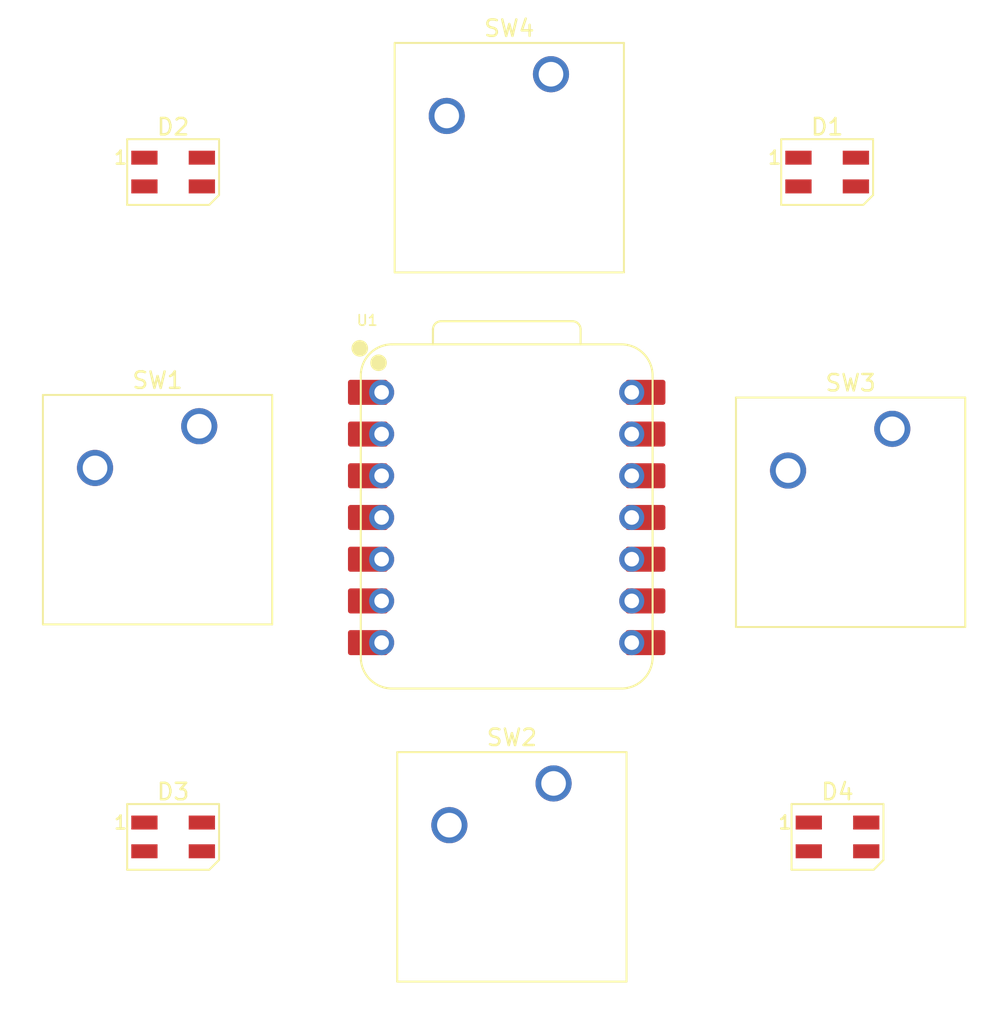
<source format=kicad_pcb>
(kicad_pcb (version 20241229) (generator "pcbnew") (generator_version "9.0")
  (layers (0 "F.Cu" signal) (2 "B.Cu" signal) (13 "F.Paste" user) (15 "B.Paste" user) (5 "F.SilkS" user "F.Silkscreen") (7 "B.SilkS" user "B.Silkscreen") (1 "F.Mask" user) (3 "B.Mask" user) (25 "Edge.Cuts" user))
  (net 0 "")
  (net 1 "GND")
  (net 2 "Net-(D1-DOUT)")
  (net 3 "+5V")
  (net 4 "Net-(D1-DIN)")
  (net 5 "Net-(U1-GPIO1{slash}RX)")
  (net 6 "Net-(U1-GPIO2{slash}SCK)")
  (net 7 "Net-(U1-GPIO4{slash}MISO)")
  (net 8 "Net-(U1-GPIO3{slash}MOSI)")
  (net 16 "Net-(D2-DOUT)")
  (net 17 "Net-(D3-DOUT)")
  (footprint "LED_SMD:LED_SK6812MINI_PLCC4_3.5x3.5mm_P1.75mm" (layer "F.Cu") (at 74.45 100.8875)
    (property "Reference" "D3" (at 0 -2.75 0) (layer "F.SilkS"))
    (property "Value" "SK6812MINI")
    (fp_line (start -2.8 -2) (end -2.8 2) (stroke (width 0.12)) (layer "F.SilkS"))
    (fp_line (start -2.8 -2) (end 2.8 -2) (stroke (width 0.12)) (layer "F.SilkS"))
    (fp_line (start -2.8 2) (end 2.2 2) (stroke (width 0.12)) (layer "F.SilkS"))
    (fp_line (start 2.8 1.4) (end 2.2 2) (stroke (width 0.12)) (layer "F.SilkS"))
    (fp_line (start 2.8 1.4) (end 2.8 -2) (stroke (width 0.12)) (layer "F.SilkS"))
    (fp_text user "1" (at -3.2 -0.875 0) (layer "F.SilkS") (effects (font (size 0.8 0.8))))
    (pad "1" smd rect (at -1.75 -0.875) (size 1.6 0.85) (layers "F.Cu" "F.Mask" "F.Paste") (net 17 "Net-(D3-DOUT)"))
    (pad "2" smd rect (at -1.75 0.875) (size 1.6 0.85) (layers "F.Cu" "F.Mask" "F.Paste") (net 1 "GND"))
    (pad "3" smd rect (at 1.75 0.875) (size 1.6 0.85) (layers "F.Cu" "F.Mask" "F.Paste") (net 16 "Net-(D2-DOUT)"))
    (pad "4" smd rect (at 1.75 -0.875) (size 1.6 0.85) (layers "F.Cu" "F.Mask" "F.Paste") (net 3 "+5V"))
  )
  (footprint "Button_Switch_Keyboard:SW_Cherry_MX_1.00u_PCB" (layer "F.Cu") (at 97.63125 97.63125)
    (property "Reference" "SW2" (at -2.54 -2.794 0) (layer "F.SilkS"))
    (property "Value" "SW_Push")
    (fp_line (start -9.525 -1.905) (end 4.445 -1.905) (stroke (width 0.12)) (layer "F.SilkS"))
    (fp_line (start -9.525 12.065) (end -9.525 -1.905) (stroke (width 0.12)) (layer "F.SilkS"))
    (fp_line (start 4.445 -1.905) (end 4.445 12.065) (stroke (width 0.12)) (layer "F.SilkS"))
    (fp_line (start 4.445 12.065) (end -9.525 12.065) (stroke (width 0.12)) (layer "F.SilkS"))
    (pad "" np_thru_hole circle (at -7.62 5.08) (size 1.7 1.7) (drill 1.7) (layers "*.Cu" "*.Mask"))
    (pad "" np_thru_hole circle (at -2.54 5.08) (size 4 4) (drill 4) (layers "*.Cu" "*.Mask"))
    (pad "" np_thru_hole circle (at 2.54 5.08) (size 1.7 1.7) (drill 1.7) (layers "*.Cu" "*.Mask"))
    (pad "1" thru_hole circle (at 0 0) (size 2.2 2.2) (drill 1.5) (layers "*.Cu" "*.Mask") (net 1 "GND"))
    (pad "2" thru_hole circle (at -6.35 2.54) (size 2.2 2.2) (drill 1.5) (layers "*.Cu" "*.Mask") (net 6 "Net-(U1-GPIO2{slash}SCK)"))
  )
  (footprint "Button_Switch_Keyboard:SW_Cherry_MX_1.00u_PCB" (layer "F.Cu") (at 76.04125 75.8825)
    (property "Reference" "SW1" (at -2.54 -2.794 0) (layer "F.SilkS"))
    (property "Value" "SW_Push")
    (fp_line (start -9.525 -1.905) (end 4.445 -1.905) (stroke (width 0.12)) (layer "F.SilkS"))
    (fp_line (start -9.525 12.065) (end -9.525 -1.905) (stroke (width 0.12)) (layer "F.SilkS"))
    (fp_line (start 4.445 -1.905) (end 4.445 12.065) (stroke (width 0.12)) (layer "F.SilkS"))
    (fp_line (start 4.445 12.065) (end -9.525 12.065) (stroke (width 0.12)) (layer "F.SilkS"))
    (pad "" np_thru_hole circle (at -7.62 5.08) (size 1.7 1.7) (drill 1.7) (layers "*.Cu" "*.Mask"))
    (pad "" np_thru_hole circle (at -2.54 5.08) (size 4 4) (drill 4) (layers "*.Cu" "*.Mask"))
    (pad "" np_thru_hole circle (at 2.54 5.08) (size 1.7 1.7) (drill 1.7) (layers "*.Cu" "*.Mask"))
    (pad "1" thru_hole circle (at 0 0) (size 2.2 2.2) (drill 1.5) (layers "*.Cu" "*.Mask") (net 1 "GND"))
    (pad "2" thru_hole circle (at -6.35 2.54) (size 2.2 2.2) (drill 1.5) (layers "*.Cu" "*.Mask") (net 5 "Net-(U1-GPIO1{slash}RX)"))
  )
  (footprint "LED_SMD:LED_SK6812MINI_PLCC4_3.5x3.5mm_P1.75mm" (layer "F.Cu") (at 114.3 60.40625)
    (property "Reference" "D1" (at 0 -2.75 0) (layer "F.SilkS"))
    (property "Value" "SK6812MINI")
    (fp_line (start -2.8 -2) (end -2.8 2) (stroke (width 0.12)) (layer "F.SilkS"))
    (fp_line (start -2.8 -2) (end 2.8 -2) (stroke (width 0.12)) (layer "F.SilkS"))
    (fp_line (start -2.8 2) (end 2.2 2) (stroke (width 0.12)) (layer "F.SilkS"))
    (fp_line (start 2.8 1.4) (end 2.2 2) (stroke (width 0.12)) (layer "F.SilkS"))
    (fp_line (start 2.8 1.4) (end 2.8 -2) (stroke (width 0.12)) (layer "F.SilkS"))
    (fp_text user "1" (at -3.2 -0.875 0) (layer "F.SilkS") (effects (font (size 0.8 0.8))))
    (pad "1" smd rect (at -1.75 -0.875) (size 1.6 0.85) (layers "F.Cu" "F.Mask" "F.Paste") (net 2 "Net-(D1-DOUT)"))
    (pad "2" smd rect (at -1.75 0.875) (size 1.6 0.85) (layers "F.Cu" "F.Mask" "F.Paste") (net 1 "GND"))
    (pad "3" smd rect (at 1.75 0.875) (size 1.6 0.85) (layers "F.Cu" "F.Mask" "F.Paste") (net 4 "Net-(D1-DIN)"))
    (pad "4" smd rect (at 1.75 -0.875) (size 1.6 0.85) (layers "F.Cu" "F.Mask" "F.Paste") (net 3 "+5V"))
  )
  (footprint "Button_Switch_Keyboard:SW_Cherry_MX_1.00u_PCB" (layer "F.Cu") (at 97.4725 54.45125)
    (property "Reference" "SW4" (at -2.54 -2.794 0) (layer "F.SilkS"))
    (property "Value" "SW_Push")
    (fp_line (start -9.525 -1.905) (end 4.445 -1.905) (stroke (width 0.12)) (layer "F.SilkS"))
    (fp_line (start -9.525 12.065) (end -9.525 -1.905) (stroke (width 0.12)) (layer "F.SilkS"))
    (fp_line (start 4.445 -1.905) (end 4.445 12.065) (stroke (width 0.12)) (layer "F.SilkS"))
    (fp_line (start 4.445 12.065) (end -9.525 12.065) (stroke (width 0.12)) (layer "F.SilkS"))
    (pad "" np_thru_hole circle (at -7.62 5.08) (size 1.7 1.7) (drill 1.7) (layers "*.Cu" "*.Mask"))
    (pad "" np_thru_hole circle (at -2.54 5.08) (size 4 4) (drill 4) (layers "*.Cu" "*.Mask"))
    (pad "" np_thru_hole circle (at 2.54 5.08) (size 1.7 1.7) (drill 1.7) (layers "*.Cu" "*.Mask"))
    (pad "1" thru_hole circle (at 0 0) (size 2.2 2.2) (drill 1.5) (layers "*.Cu" "*.Mask") (net 1 "GND"))
    (pad "2" thru_hole circle (at -6.35 2.54) (size 2.2 2.2) (drill 1.5) (layers "*.Cu" "*.Mask") (net 8 "Net-(U1-GPIO3{slash}MOSI)"))
  )
  (footprint "LED_SMD:LED_SK6812MINI_PLCC4_3.5x3.5mm_P1.75mm" (layer "F.Cu") (at 74.45 60.40625)
    (property "Reference" "D2" (at 0 -2.75 0) (layer "F.SilkS"))
    (property "Value" "SK6812MINI")
    (fp_line (start -2.8 -2) (end -2.8 2) (stroke (width 0.12)) (layer "F.SilkS"))
    (fp_line (start -2.8 -2) (end 2.8 -2) (stroke (width 0.12)) (layer "F.SilkS"))
    (fp_line (start -2.8 2) (end 2.2 2) (stroke (width 0.12)) (layer "F.SilkS"))
    (fp_line (start 2.8 1.4) (end 2.2 2) (stroke (width 0.12)) (layer "F.SilkS"))
    (fp_line (start 2.8 1.4) (end 2.8 -2) (stroke (width 0.12)) (layer "F.SilkS"))
    (fp_text user "1" (at -3.2 -0.875 0) (layer "F.SilkS") (effects (font (size 0.8 0.8))))
    (pad "1" smd rect (at -1.75 -0.875) (size 1.6 0.85) (layers "F.Cu" "F.Mask" "F.Paste") (net 16 "Net-(D2-DOUT)"))
    (pad "2" smd rect (at -1.75 0.875) (size 1.6 0.85) (layers "F.Cu" "F.Mask" "F.Paste") (net 1 "GND"))
    (pad "3" smd rect (at 1.75 0.875) (size 1.6 0.85) (layers "F.Cu" "F.Mask" "F.Paste") (net 2 "Net-(D1-DOUT)"))
    (pad "4" smd rect (at 1.75 -0.875) (size 1.6 0.85) (layers "F.Cu" "F.Mask" "F.Paste") (net 3 "+5V"))
  )
  (footprint "Button_Switch_Keyboard:SW_Cherry_MX_1.00u_PCB" (layer "F.Cu") (at 118.26875 76.04125)
    (property "Reference" "SW3" (at -2.54 -2.794 0) (layer "F.SilkS"))
    (property "Value" "SW_Push")
    (fp_line (start -9.525 -1.905) (end 4.445 -1.905) (stroke (width 0.12)) (layer "F.SilkS"))
    (fp_line (start -9.525 12.065) (end -9.525 -1.905) (stroke (width 0.12)) (layer "F.SilkS"))
    (fp_line (start 4.445 -1.905) (end 4.445 12.065) (stroke (width 0.12)) (layer "F.SilkS"))
    (fp_line (start 4.445 12.065) (end -9.525 12.065) (stroke (width 0.12)) (layer "F.SilkS"))
    (pad "" np_thru_hole circle (at -7.62 5.08) (size 1.7 1.7) (drill 1.7) (layers "*.Cu" "*.Mask"))
    (pad "" np_thru_hole circle (at -2.54 5.08) (size 4 4) (drill 4) (layers "*.Cu" "*.Mask"))
    (pad "" np_thru_hole circle (at 2.54 5.08) (size 1.7 1.7) (drill 1.7) (layers "*.Cu" "*.Mask"))
    (pad "1" thru_hole circle (at 0 0) (size 2.2 2.2) (drill 1.5) (layers "*.Cu" "*.Mask") (net 1 "GND"))
    (pad "2" thru_hole circle (at -6.35 2.54) (size 2.2 2.2) (drill 1.5) (layers "*.Cu" "*.Mask") (net 7 "Net-(U1-GPIO4{slash}MISO)"))
  )
  (footprint "OPL:XIAO-RP2040-DIP" (layer "F.Cu") (at 94.77375 81.43875)
    (property "Reference" "U1" (at -8.5 -12 0) (layer "F.SilkS") (effects (font (size 0.635 0.635) (thickness 0.1016))))
    (property "Value" "XIAO-RP2040-DIP")
    (fp_line (start -8.89 8.509) (end -8.89 -8.636) (stroke (width 0.127)) (layer "F.SilkS"))
    (fp_line (start -6.985 10.414) (end 6.985 10.414) (stroke (width 0.127)) (layer "F.SilkS"))
    (fp_line (start -4.495 -10.541) (end -4.491272 -11.451272) (stroke (width 0.127)) (layer "F.SilkS"))
    (fp_line (start -3.991272 -11.951) (end 4.004 -11.951) (stroke (width 0.127)) (layer "F.SilkS"))
    (fp_line (start 4.504 -11.451) (end 4.504 -10.541) (stroke (width 0.127)) (layer "F.SilkS"))
    (fp_line (start 6.985 -10.541) (end -6.985 -10.541) (stroke (width 0.1)) (layer "F.SilkS"))
    (fp_line (start 6.985 -10.541) (end -6.985 -10.541) (stroke (width 0.127)) (layer "F.SilkS"))
    (fp_line (start 8.89 8.509) (end 8.89 -8.636) (stroke (width 0.127)) (layer "F.SilkS"))
    (fp_arc (start -8.89 -8.636) (mid -8.332038 -9.983038) (end -6.985 -10.541) (stroke (width 0.127)) (layer "F.SilkS"))
    (fp_arc (start -6.985 10.414) (mid -8.332038 9.856038) (end -8.89 8.509) (stroke (width 0.127)) (layer "F.SilkS"))
    (fp_arc (start -4.491272 -11.451272) (mid -4.344728 -11.80464) (end -3.991272 -11.951) (stroke (width 0.127)) (layer "F.SilkS"))
    (fp_arc (start 4.004 -11.951) (mid 4.357553 -11.804553) (end 4.504 -11.451) (stroke (width 0.127)) (layer "F.SilkS"))
    (fp_arc (start 6.985 -10.541) (mid 8.332038 -9.983038) (end 8.89 -8.636) (stroke (width 0.127)) (layer "F.SilkS"))
    (fp_arc (start 8.89 8.509) (mid 8.332038 9.856038) (end 6.985 10.414) (stroke (width 0.127)) (layer "F.SilkS"))
    (fp_circle (center -8.95 -10.3) (end -8.95 -10.554) (stroke (width 0.5)) (fill yes) (layer "F.SilkS"))
    (fp_circle (center -7.807 -9.42) (end -7.807 -9.674) (stroke (width 0.5)) (fill yes) (layer "F.SilkS"))
    (pad "1" smd roundrect (at -8.455 -7.62 180) (size 2.432 1.524) (layers "F.Cu" "F.Mask") (roundrect_rratio 0.1))
    (pad "1" thru_hole circle (at -7.62 -7.62 180) (size 1.524 1.524) (drill 0.889) (layers "*.Cu" "*.Mask"))
    (pad "2" smd roundrect (at -8.455 -5.08 180) (size 2.432 1.524) (layers "F.Cu" "F.Mask") (roundrect_rratio 0.1))
    (pad "2" thru_hole circle (at -7.62 -5.08 180) (size 1.524 1.524) (drill 0.889) (layers "*.Cu" "*.Mask"))
    (pad "3" smd roundrect (at -8.455 -2.54 180) (size 2.432 1.524) (layers "F.Cu" "F.Mask") (roundrect_rratio 0.1))
    (pad "3" thru_hole circle (at -7.62 -2.54 180) (size 1.524 1.524) (drill 0.889) (layers "*.Cu" "*.Mask"))
    (pad "4" smd roundrect (at -8.455 0 180) (size 2.432 1.524) (layers "F.Cu" "F.Mask") (roundrect_rratio 0.1))
    (pad "4" thru_hole circle (at -7.62 0 180) (size 1.524 1.524) (drill 0.889) (layers "*.Cu" "*.Mask"))
    (pad "5" smd roundrect (at -8.455 2.54 180) (size 2.432 1.524) (layers "F.Cu" "F.Mask") (roundrect_rratio 0.1) (net 4 "Net-(D1-DIN)"))
    (pad "5" thru_hole circle (at -7.62 2.54 180) (size 1.524 1.524) (drill 0.889) (layers "*.Cu" "*.Mask") (net 4 "Net-(D1-DIN)"))
    (pad "6" smd roundrect (at -8.455 5.08 180) (size 2.432 1.524) (layers "F.Cu" "F.Mask") (roundrect_rratio 0.1))
    (pad "6" thru_hole circle (at -7.62 5.08 180) (size 1.524 1.524) (drill 0.889) (layers "*.Cu" "*.Mask"))
    (pad "7" smd roundrect (at -8.455 7.62 180) (size 2.432 1.524) (layers "F.Cu" "F.Mask") (roundrect_rratio 0.1))
    (pad "7" thru_hole circle (at -7.62 7.62 180) (size 1.524 1.524) (drill 0.889) (layers "*.Cu" "*.Mask"))
    (pad "8" thru_hole circle (at 7.62 7.62) (size 1.524 1.524) (drill 0.889) (layers "*.Cu" "*.Mask") (net 5 "Net-(U1-GPIO1{slash}RX)"))
    (pad "8" smd roundrect (at 8.455 7.62) (size 2.432 1.524) (layers "F.Cu" "F.Mask") (roundrect_rratio 0.1) (net 5 "Net-(U1-GPIO1{slash}RX)"))
    (pad "9" thru_hole circle (at 7.62 5.08) (size 1.524 1.524) (drill 0.889) (layers "*.Cu" "*.Mask") (net 6 "Net-(U1-GPIO2{slash}SCK)"))
    (pad "9" smd roundrect (at 8.455 5.08) (size 2.432 1.524) (layers "F.Cu" "F.Mask") (roundrect_rratio 0.1) (net 6 "Net-(U1-GPIO2{slash}SCK)"))
    (pad "10" thru_hole circle (at 7.62 2.54) (size 1.524 1.524) (drill 0.889) (layers "*.Cu" "*.Mask") (net 7 "Net-(U1-GPIO4{slash}MISO)"))
    (pad "10" smd roundrect (at 8.455 2.54) (size 2.432 1.524) (layers "F.Cu" "F.Mask") (roundrect_rratio 0.1) (net 7 "Net-(U1-GPIO4{slash}MISO)"))
    (pad "11" thru_hole circle (at 7.62 0) (size 1.524 1.524) (drill 0.889) (layers "*.Cu" "*.Mask") (net 8 "Net-(U1-GPIO3{slash}MOSI)"))
    (pad "11" smd roundrect (at 8.455 0) (size 2.432 1.524) (layers "F.Cu" "F.Mask") (roundrect_rratio 0.1) (net 8 "Net-(U1-GPIO3{slash}MOSI)"))
    (pad "12" thru_hole circle (at 7.62 -2.54) (size 1.524 1.524) (drill 0.889) (layers "*.Cu" "*.Mask"))
    (pad "12" smd roundrect (at 8.455 -2.54) (size 2.432 1.524) (layers "F.Cu" "F.Mask") (roundrect_rratio 0.1))
    (pad "13" thru_hole circle (at 7.62 -5.08) (size 1.524 1.524) (drill 0.889) (layers "*.Cu" "*.Mask") (net 1 "GND"))
    (pad "13" smd roundrect (at 8.455 -5.08) (size 2.432 1.524) (layers "F.Cu" "F.Mask") (roundrect_rratio 0.1) (net 1 "GND"))
    (pad "14" thru_hole circle (at 7.62 -7.62) (size 1.524 1.524) (drill 0.889) (layers "*.Cu" "*.Mask") (net 3 "+5V"))
    (pad "14" smd roundrect (at 8.455 -7.62) (size 2.432 1.524) (layers "F.Cu" "F.Mask") (roundrect_rratio 0.1) (net 3 "+5V"))
  )
  (footprint "LED_SMD:LED_SK6812MINI_PLCC4_3.5x3.5mm_P1.75mm" (layer "F.Cu") (at 114.93125 100.8875)
    (property "Reference" "D4" (at 0 -2.75 0) (layer "F.SilkS"))
    (property "Value" "SK6812MINI")
    (fp_line (start -2.8 -2) (end -2.8 2) (stroke (width 0.12)) (layer "F.SilkS"))
    (fp_line (start -2.8 -2) (end 2.8 -2) (stroke (width 0.12)) (layer "F.SilkS"))
    (fp_line (start -2.8 2) (end 2.2 2) (stroke (width 0.12)) (layer "F.SilkS"))
    (fp_line (start 2.8 1.4) (end 2.2 2) (stroke (width 0.12)) (layer "F.SilkS"))
    (fp_line (start 2.8 1.4) (end 2.8 -2) (stroke (width 0.12)) (layer "F.SilkS"))
    (fp_text user "1" (at -3.2 -0.875 0) (layer "F.SilkS") (effects (font (size 0.8 0.8))))
    (pad "1" smd rect (at -1.75 -0.875) (size 1.6 0.85) (layers "F.Cu" "F.Mask" "F.Paste"))
    (pad "2" smd rect (at -1.75 0.875) (size 1.6 0.85) (layers "F.Cu" "F.Mask" "F.Paste") (net 1 "GND"))
    (pad "3" smd rect (at 1.75 0.875) (size 1.6 0.85) (layers "F.Cu" "F.Mask" "F.Paste") (net 17 "Net-(D3-DOUT)"))
    (pad "4" smd rect (at 1.75 -0.875) (size 1.6 0.85) (layers "F.Cu" "F.Mask" "F.Paste") (net 3 "+5V"))
  )
)
</source>
